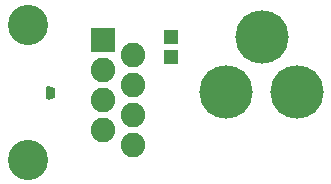
<source format=gts>
G75*
G70*
%OFA0B0*%
%FSLAX24Y24*%
%IPPOS*%
%LPD*%
%AMOC8*
5,1,8,0,0,1.08239X$1,22.5*
%
%ADD10C,0.0820*%
%ADD11R,0.0820X0.0820*%
%ADD12C,0.1340*%
%ADD13R,0.0474X0.0513*%
%ADD14C,0.1780*%
%ADD15C,0.0000*%
%ADD16C,0.0001*%
D10*
X006892Y001890D03*
X007892Y001390D03*
X007892Y002390D03*
X006892Y002890D03*
X007892Y003390D03*
X006892Y003890D03*
X007892Y004390D03*
D11*
X006892Y004890D03*
D12*
X004392Y000890D03*
X004392Y005390D03*
D13*
X009142Y004975D03*
X009142Y004305D03*
D14*
X010998Y003140D03*
X013360Y003140D03*
X012179Y004990D03*
D15*
X005266Y003268D02*
X005266Y003236D01*
X005266Y002984D01*
X005238Y002977D01*
X005211Y002965D01*
X005179Y002953D01*
X005152Y002945D01*
X005124Y002933D01*
X005097Y002925D01*
X005069Y002914D01*
X005046Y002925D01*
X005018Y002937D01*
X004994Y002945D01*
X004994Y003303D01*
X005018Y003315D01*
X005046Y003327D01*
X005069Y003339D01*
X005097Y003327D01*
X005124Y003319D01*
X005152Y003307D01*
X005179Y003296D01*
X005211Y003288D01*
X005238Y003276D01*
X005266Y003268D01*
D16*
X004994Y003268D01*
X004994Y003269D02*
X005263Y003269D01*
X005266Y003267D02*
X004994Y003267D01*
X004994Y003266D02*
X005266Y003266D01*
X005266Y003265D02*
X004994Y003265D01*
X004994Y003264D02*
X005266Y003264D01*
X005266Y003263D02*
X004994Y003263D01*
X004994Y003262D02*
X005266Y003262D01*
X005266Y003261D02*
X004994Y003261D01*
X004994Y003260D02*
X005266Y003260D01*
X005266Y003259D02*
X004994Y003259D01*
X004994Y003258D02*
X005266Y003258D01*
X005266Y003257D02*
X004994Y003257D01*
X004994Y003256D02*
X005266Y003256D01*
X005266Y003255D02*
X004994Y003255D01*
X004994Y003254D02*
X005266Y003254D01*
X005266Y003253D02*
X004994Y003253D01*
X004994Y003252D02*
X005266Y003252D01*
X005266Y003251D02*
X004994Y003251D01*
X004994Y003250D02*
X005266Y003250D01*
X005266Y003249D02*
X004994Y003249D01*
X004994Y003248D02*
X005266Y003248D01*
X005266Y003247D02*
X004994Y003247D01*
X004994Y003246D02*
X005266Y003246D01*
X005266Y003245D02*
X004994Y003245D01*
X004994Y003244D02*
X005266Y003244D01*
X005266Y003243D02*
X004994Y003243D01*
X004994Y003242D02*
X005266Y003242D01*
X005266Y003241D02*
X004994Y003241D01*
X004994Y003240D02*
X005266Y003240D01*
X005266Y003239D02*
X004994Y003239D01*
X004994Y003238D02*
X005266Y003238D01*
X005266Y003237D02*
X004994Y003237D01*
X004994Y003236D02*
X005266Y003236D01*
X005266Y003235D02*
X004994Y003235D01*
X004994Y003234D02*
X005266Y003234D01*
X005266Y003233D02*
X004994Y003233D01*
X004994Y003232D02*
X005266Y003232D01*
X005266Y003231D02*
X004994Y003231D01*
X004994Y003230D02*
X005266Y003230D01*
X005266Y003229D02*
X004994Y003229D01*
X004994Y003228D02*
X005266Y003228D01*
X005266Y003227D02*
X004994Y003227D01*
X004994Y003226D02*
X005266Y003226D01*
X005266Y003225D02*
X004994Y003225D01*
X004994Y003224D02*
X005266Y003224D01*
X005266Y003223D02*
X004994Y003223D01*
X004994Y003222D02*
X005266Y003222D01*
X005266Y003221D02*
X004994Y003221D01*
X004994Y003220D02*
X005266Y003220D01*
X005266Y003219D02*
X004994Y003219D01*
X004994Y003218D02*
X005266Y003218D01*
X005266Y003217D02*
X004994Y003217D01*
X004994Y003216D02*
X005266Y003216D01*
X005266Y003215D02*
X004994Y003215D01*
X004994Y003214D02*
X005266Y003214D01*
X005266Y003213D02*
X004994Y003213D01*
X004994Y003212D02*
X005266Y003212D01*
X005266Y003211D02*
X004994Y003211D01*
X004994Y003210D02*
X005266Y003210D01*
X005266Y003209D02*
X004994Y003209D01*
X004994Y003208D02*
X005266Y003208D01*
X005266Y003207D02*
X004994Y003207D01*
X004994Y003206D02*
X005266Y003206D01*
X005266Y003205D02*
X004994Y003205D01*
X004994Y003204D02*
X005266Y003204D01*
X005266Y003203D02*
X004994Y003203D01*
X004994Y003202D02*
X005266Y003202D01*
X005266Y003201D02*
X004994Y003201D01*
X004994Y003200D02*
X005266Y003200D01*
X005266Y003199D02*
X004994Y003199D01*
X004994Y003198D02*
X005266Y003198D01*
X005266Y003197D02*
X004994Y003197D01*
X004994Y003196D02*
X005266Y003196D01*
X005266Y003195D02*
X004994Y003195D01*
X004994Y003194D02*
X005266Y003194D01*
X005266Y003193D02*
X004994Y003193D01*
X004994Y003192D02*
X005266Y003192D01*
X005266Y003191D02*
X004994Y003191D01*
X004994Y003190D02*
X005266Y003190D01*
X005266Y003189D02*
X004994Y003189D01*
X004994Y003188D02*
X005266Y003188D01*
X005266Y003187D02*
X004994Y003187D01*
X004994Y003186D02*
X005266Y003186D01*
X005266Y003185D02*
X004994Y003185D01*
X004994Y003184D02*
X005266Y003184D01*
X005266Y003183D02*
X004994Y003183D01*
X004994Y003182D02*
X005266Y003182D01*
X005266Y003181D02*
X004994Y003181D01*
X004994Y003180D02*
X005266Y003180D01*
X005266Y003179D02*
X004994Y003179D01*
X004994Y003178D02*
X005266Y003178D01*
X005266Y003177D02*
X004994Y003177D01*
X004994Y003176D02*
X005266Y003176D01*
X005266Y003175D02*
X004994Y003175D01*
X004994Y003174D02*
X005266Y003174D01*
X005266Y003173D02*
X004994Y003173D01*
X004994Y003172D02*
X005266Y003172D01*
X005266Y003171D02*
X004994Y003171D01*
X004994Y003170D02*
X005266Y003170D01*
X005266Y003169D02*
X004994Y003169D01*
X004994Y003168D02*
X005266Y003168D01*
X005266Y003167D02*
X004994Y003167D01*
X004994Y003166D02*
X005266Y003166D01*
X005266Y003165D02*
X004994Y003165D01*
X004994Y003164D02*
X005266Y003164D01*
X005266Y003163D02*
X004994Y003163D01*
X004994Y003162D02*
X005266Y003162D01*
X005266Y003161D02*
X004994Y003161D01*
X004994Y003160D02*
X005266Y003160D01*
X005266Y003159D02*
X004994Y003159D01*
X004994Y003158D02*
X005266Y003158D01*
X005266Y003157D02*
X004994Y003157D01*
X004994Y003156D02*
X005266Y003156D01*
X005266Y003155D02*
X004994Y003155D01*
X004994Y003154D02*
X005266Y003154D01*
X005266Y003153D02*
X004994Y003153D01*
X004994Y003152D02*
X005266Y003152D01*
X005266Y003151D02*
X004994Y003151D01*
X004994Y003150D02*
X005266Y003150D01*
X005266Y003149D02*
X004994Y003149D01*
X004994Y003148D02*
X005266Y003148D01*
X005266Y003147D02*
X004994Y003147D01*
X004994Y003146D02*
X005266Y003146D01*
X005266Y003145D02*
X004994Y003145D01*
X004994Y003144D02*
X005266Y003144D01*
X005266Y003143D02*
X004994Y003143D01*
X004994Y003142D02*
X005266Y003142D01*
X005266Y003141D02*
X004994Y003141D01*
X004994Y003140D02*
X005266Y003140D01*
X005266Y003139D02*
X004994Y003139D01*
X004994Y003138D02*
X005266Y003138D01*
X005266Y003137D02*
X004994Y003137D01*
X004994Y003136D02*
X005266Y003136D01*
X005266Y003135D02*
X004994Y003135D01*
X004994Y003134D02*
X005266Y003134D01*
X005266Y003133D02*
X004994Y003133D01*
X004994Y003132D02*
X005266Y003132D01*
X005266Y003131D02*
X004994Y003131D01*
X004994Y003130D02*
X005266Y003130D01*
X005266Y003129D02*
X004994Y003129D01*
X004994Y003128D02*
X005266Y003128D01*
X005266Y003127D02*
X004994Y003127D01*
X004994Y003126D02*
X005266Y003126D01*
X005266Y003125D02*
X004994Y003125D01*
X004994Y003124D02*
X005266Y003124D01*
X005266Y003123D02*
X004994Y003123D01*
X004994Y003122D02*
X005266Y003122D01*
X005266Y003121D02*
X004994Y003121D01*
X004994Y003120D02*
X005266Y003120D01*
X005266Y003119D02*
X004994Y003119D01*
X004994Y003118D02*
X005266Y003118D01*
X005266Y003117D02*
X004994Y003117D01*
X004994Y003116D02*
X005266Y003116D01*
X005266Y003115D02*
X004994Y003115D01*
X004994Y003114D02*
X005266Y003114D01*
X005266Y003113D02*
X004994Y003113D01*
X004994Y003112D02*
X005266Y003112D01*
X005266Y003111D02*
X004994Y003111D01*
X004994Y003110D02*
X005266Y003110D01*
X005266Y003109D02*
X004994Y003109D01*
X004994Y003108D02*
X005266Y003108D01*
X005266Y003107D02*
X004994Y003107D01*
X004994Y003106D02*
X005266Y003106D01*
X005266Y003105D02*
X004994Y003105D01*
X004994Y003104D02*
X005266Y003104D01*
X005266Y003103D02*
X004994Y003103D01*
X004994Y003102D02*
X005266Y003102D01*
X005266Y003101D02*
X004994Y003101D01*
X004994Y003100D02*
X005266Y003100D01*
X005266Y003099D02*
X004994Y003099D01*
X004994Y003098D02*
X005266Y003098D01*
X005266Y003097D02*
X004994Y003097D01*
X004994Y003096D02*
X005266Y003096D01*
X005266Y003095D02*
X004994Y003095D01*
X004994Y003094D02*
X005266Y003094D01*
X005266Y003093D02*
X004994Y003093D01*
X004994Y003092D02*
X005266Y003092D01*
X005266Y003091D02*
X004994Y003091D01*
X004994Y003090D02*
X005266Y003090D01*
X005266Y003089D02*
X004994Y003089D01*
X004994Y003088D02*
X005266Y003088D01*
X005266Y003087D02*
X004994Y003087D01*
X004994Y003086D02*
X005266Y003086D01*
X005266Y003085D02*
X004994Y003085D01*
X004994Y003084D02*
X005266Y003084D01*
X005266Y003083D02*
X004994Y003083D01*
X004994Y003082D02*
X005266Y003082D01*
X005266Y003081D02*
X004994Y003081D01*
X004994Y003080D02*
X005266Y003080D01*
X005266Y003079D02*
X004994Y003079D01*
X004994Y003078D02*
X005266Y003078D01*
X005266Y003077D02*
X004994Y003077D01*
X004994Y003076D02*
X005266Y003076D01*
X005266Y003075D02*
X004994Y003075D01*
X004994Y003074D02*
X005266Y003074D01*
X005266Y003073D02*
X004994Y003073D01*
X004994Y003072D02*
X005266Y003072D01*
X005266Y003071D02*
X004994Y003071D01*
X004994Y003070D02*
X005266Y003070D01*
X005266Y003069D02*
X004994Y003069D01*
X004994Y003068D02*
X005266Y003068D01*
X005266Y003067D02*
X004994Y003067D01*
X004994Y003066D02*
X005266Y003066D01*
X005266Y003065D02*
X004994Y003065D01*
X004994Y003064D02*
X005266Y003064D01*
X005266Y003063D02*
X004994Y003063D01*
X004994Y003062D02*
X005266Y003062D01*
X005266Y003061D02*
X004994Y003061D01*
X004994Y003060D02*
X005266Y003060D01*
X005266Y003059D02*
X004994Y003059D01*
X004994Y003058D02*
X005266Y003058D01*
X005266Y003057D02*
X004994Y003057D01*
X004994Y003056D02*
X005266Y003056D01*
X005266Y003055D02*
X004994Y003055D01*
X004994Y003054D02*
X005266Y003054D01*
X005266Y003053D02*
X004994Y003053D01*
X004994Y003052D02*
X005266Y003052D01*
X005266Y003051D02*
X004994Y003051D01*
X004994Y003050D02*
X005266Y003050D01*
X005266Y003049D02*
X004994Y003049D01*
X004994Y003048D02*
X005266Y003048D01*
X005266Y003047D02*
X004994Y003047D01*
X004994Y003046D02*
X005266Y003046D01*
X005266Y003045D02*
X004994Y003045D01*
X004994Y003044D02*
X005266Y003044D01*
X005266Y003043D02*
X004994Y003043D01*
X004994Y003042D02*
X005266Y003042D01*
X005266Y003041D02*
X004994Y003041D01*
X004994Y003040D02*
X005266Y003040D01*
X005266Y003039D02*
X004994Y003039D01*
X004994Y003038D02*
X005266Y003038D01*
X005266Y003037D02*
X004994Y003037D01*
X004994Y003036D02*
X005266Y003036D01*
X005266Y003035D02*
X004994Y003035D01*
X004994Y003034D02*
X005266Y003034D01*
X005266Y003033D02*
X004994Y003033D01*
X004994Y003032D02*
X005266Y003032D01*
X005266Y003031D02*
X004994Y003031D01*
X004994Y003030D02*
X005266Y003030D01*
X005266Y003029D02*
X004994Y003029D01*
X004994Y003028D02*
X005266Y003028D01*
X005266Y003027D02*
X004994Y003027D01*
X004994Y003026D02*
X005266Y003026D01*
X005266Y003025D02*
X004994Y003025D01*
X004994Y003024D02*
X005266Y003024D01*
X005266Y003023D02*
X004994Y003023D01*
X004994Y003022D02*
X005266Y003022D01*
X005266Y003021D02*
X004994Y003021D01*
X004994Y003020D02*
X005266Y003020D01*
X005266Y003019D02*
X004994Y003019D01*
X004994Y003018D02*
X005266Y003018D01*
X005266Y003017D02*
X004994Y003017D01*
X004994Y003016D02*
X005266Y003016D01*
X005266Y003015D02*
X004994Y003015D01*
X004994Y003014D02*
X005266Y003014D01*
X005266Y003013D02*
X004994Y003013D01*
X004994Y003012D02*
X005266Y003012D01*
X005266Y003011D02*
X004994Y003011D01*
X004994Y003010D02*
X005266Y003010D01*
X005266Y003009D02*
X004994Y003009D01*
X004994Y003008D02*
X005266Y003008D01*
X005266Y003007D02*
X004994Y003007D01*
X004994Y003006D02*
X005266Y003006D01*
X005266Y003005D02*
X004994Y003005D01*
X004994Y003004D02*
X005266Y003004D01*
X005266Y003003D02*
X004994Y003003D01*
X004994Y003002D02*
X005266Y003002D01*
X005266Y003001D02*
X004994Y003001D01*
X004994Y003000D02*
X005266Y003000D01*
X005266Y002999D02*
X004994Y002999D01*
X004994Y002998D02*
X005266Y002998D01*
X005266Y002997D02*
X004994Y002997D01*
X004994Y002996D02*
X005266Y002996D01*
X005266Y002995D02*
X004994Y002995D01*
X004994Y002994D02*
X005266Y002994D01*
X005266Y002993D02*
X004994Y002993D01*
X004994Y002992D02*
X005266Y002992D01*
X005266Y002991D02*
X004994Y002991D01*
X004994Y002990D02*
X005266Y002990D01*
X005266Y002989D02*
X004994Y002989D01*
X004994Y002988D02*
X005266Y002988D01*
X005266Y002987D02*
X004994Y002987D01*
X004994Y002986D02*
X005266Y002986D01*
X005266Y002985D02*
X004994Y002985D01*
X004994Y002984D02*
X005265Y002984D01*
X005261Y002983D02*
X004994Y002983D01*
X004994Y002982D02*
X005258Y002982D01*
X005254Y002981D02*
X004994Y002981D01*
X004994Y002980D02*
X005251Y002980D01*
X005247Y002979D02*
X004994Y002979D01*
X004994Y002978D02*
X005244Y002978D01*
X005240Y002977D02*
X004994Y002977D01*
X004994Y002976D02*
X005237Y002976D01*
X005235Y002975D02*
X004994Y002975D01*
X004994Y002974D02*
X005233Y002974D01*
X005230Y002973D02*
X004994Y002973D01*
X004994Y002972D02*
X005228Y002972D01*
X005226Y002971D02*
X004994Y002971D01*
X004994Y002970D02*
X005223Y002970D01*
X005221Y002969D02*
X004994Y002969D01*
X004994Y002968D02*
X005219Y002968D01*
X005216Y002967D02*
X004994Y002967D01*
X004994Y002966D02*
X005214Y002966D01*
X005212Y002965D02*
X004994Y002965D01*
X004994Y002964D02*
X005209Y002964D01*
X005207Y002963D02*
X004994Y002963D01*
X004994Y002962D02*
X005204Y002962D01*
X005201Y002961D02*
X004994Y002961D01*
X004994Y002960D02*
X005199Y002960D01*
X005196Y002959D02*
X004994Y002959D01*
X004994Y002958D02*
X005193Y002958D01*
X005191Y002957D02*
X004994Y002957D01*
X004994Y002956D02*
X005188Y002956D01*
X005185Y002955D02*
X004994Y002955D01*
X004994Y002954D02*
X005183Y002954D01*
X005180Y002953D02*
X004994Y002953D01*
X004994Y002952D02*
X005177Y002952D01*
X005173Y002951D02*
X004994Y002951D01*
X004994Y002950D02*
X005170Y002950D01*
X005166Y002949D02*
X004994Y002949D01*
X004994Y002948D02*
X005163Y002948D01*
X005159Y002947D02*
X004994Y002947D01*
X004994Y002946D02*
X005156Y002946D01*
X005152Y002945D02*
X004994Y002945D01*
X004997Y002944D02*
X005150Y002944D01*
X005147Y002943D02*
X005000Y002943D01*
X005003Y002942D02*
X005145Y002942D01*
X005143Y002941D02*
X005006Y002941D01*
X005009Y002940D02*
X005140Y002940D01*
X005138Y002939D02*
X005012Y002939D01*
X005015Y002938D02*
X005136Y002938D01*
X005133Y002937D02*
X005018Y002937D01*
X005020Y002936D02*
X005131Y002936D01*
X005129Y002935D02*
X005023Y002935D01*
X005025Y002934D02*
X005126Y002934D01*
X005124Y002933D02*
X005027Y002933D01*
X005030Y002932D02*
X005121Y002932D01*
X005117Y002931D02*
X005032Y002931D01*
X005034Y002930D02*
X005114Y002930D01*
X005110Y002929D02*
X005037Y002929D01*
X005039Y002928D02*
X005107Y002928D01*
X005103Y002927D02*
X005041Y002927D01*
X005044Y002926D02*
X005100Y002926D01*
X005096Y002925D02*
X005046Y002925D01*
X005048Y002924D02*
X005094Y002924D01*
X005092Y002923D02*
X005050Y002923D01*
X005052Y002922D02*
X005089Y002922D01*
X005087Y002921D02*
X005054Y002921D01*
X005056Y002920D02*
X005085Y002920D01*
X005082Y002919D02*
X005058Y002919D01*
X005060Y002918D02*
X005080Y002918D01*
X005078Y002917D02*
X005062Y002917D01*
X005064Y002916D02*
X005075Y002916D01*
X005073Y002915D02*
X005066Y002915D01*
X005068Y002914D02*
X005071Y002914D01*
X004994Y003270D02*
X005259Y003270D01*
X005256Y003271D02*
X004994Y003271D01*
X004994Y003272D02*
X005252Y003272D01*
X005249Y003273D02*
X004994Y003273D01*
X004994Y003274D02*
X005245Y003274D01*
X005242Y003275D02*
X004994Y003275D01*
X004994Y003276D02*
X005238Y003276D01*
X005236Y003277D02*
X004994Y003277D01*
X004994Y003278D02*
X005234Y003278D01*
X005231Y003279D02*
X004994Y003279D01*
X004994Y003280D02*
X005229Y003280D01*
X005227Y003281D02*
X004994Y003281D01*
X004994Y003282D02*
X005224Y003282D01*
X005222Y003283D02*
X004994Y003283D01*
X004994Y003284D02*
X005220Y003284D01*
X005217Y003285D02*
X004994Y003285D01*
X004994Y003286D02*
X005215Y003286D01*
X005213Y003287D02*
X004994Y003287D01*
X004994Y003288D02*
X005210Y003288D01*
X005206Y003289D02*
X004994Y003289D01*
X004994Y003290D02*
X005202Y003290D01*
X005198Y003291D02*
X004994Y003291D01*
X004994Y003292D02*
X005194Y003292D01*
X005190Y003293D02*
X004994Y003293D01*
X004994Y003294D02*
X005186Y003294D01*
X005182Y003295D02*
X004994Y003295D01*
X004994Y003296D02*
X005178Y003296D01*
X005176Y003297D02*
X004994Y003297D01*
X004994Y003298D02*
X005174Y003298D01*
X005171Y003299D02*
X004994Y003299D01*
X004994Y003300D02*
X005169Y003300D01*
X005167Y003301D02*
X004994Y003301D01*
X004994Y003302D02*
X005165Y003302D01*
X005162Y003303D02*
X004994Y003303D01*
X004995Y003304D02*
X005160Y003304D01*
X005158Y003305D02*
X004997Y003305D01*
X004999Y003306D02*
X005155Y003306D01*
X005153Y003307D02*
X005001Y003307D01*
X005003Y003308D02*
X005151Y003308D01*
X005148Y003309D02*
X005005Y003309D01*
X005007Y003310D02*
X005146Y003310D01*
X005144Y003311D02*
X005009Y003311D01*
X005011Y003312D02*
X005141Y003312D01*
X005139Y003313D02*
X005013Y003313D01*
X005015Y003314D02*
X005137Y003314D01*
X005134Y003315D02*
X005017Y003315D01*
X005020Y003316D02*
X005132Y003316D01*
X005130Y003317D02*
X005022Y003317D01*
X005024Y003318D02*
X005127Y003318D01*
X005125Y003319D02*
X005027Y003319D01*
X005029Y003320D02*
X005122Y003320D01*
X005118Y003321D02*
X005031Y003321D01*
X005034Y003322D02*
X005115Y003322D01*
X005111Y003323D02*
X005036Y003323D01*
X005038Y003324D02*
X005108Y003324D01*
X005104Y003325D02*
X005041Y003325D01*
X005043Y003326D02*
X005101Y003326D01*
X005097Y003327D02*
X005045Y003327D01*
X005047Y003328D02*
X005095Y003328D01*
X005092Y003329D02*
X005049Y003329D01*
X005051Y003330D02*
X005090Y003330D01*
X005088Y003331D02*
X005053Y003331D01*
X005055Y003332D02*
X005085Y003332D01*
X005083Y003333D02*
X005057Y003333D01*
X005059Y003334D02*
X005081Y003334D01*
X005078Y003335D02*
X005061Y003335D01*
X005063Y003336D02*
X005076Y003336D01*
X005074Y003337D02*
X005065Y003337D01*
X005067Y003338D02*
X005071Y003338D01*
M02*

</source>
